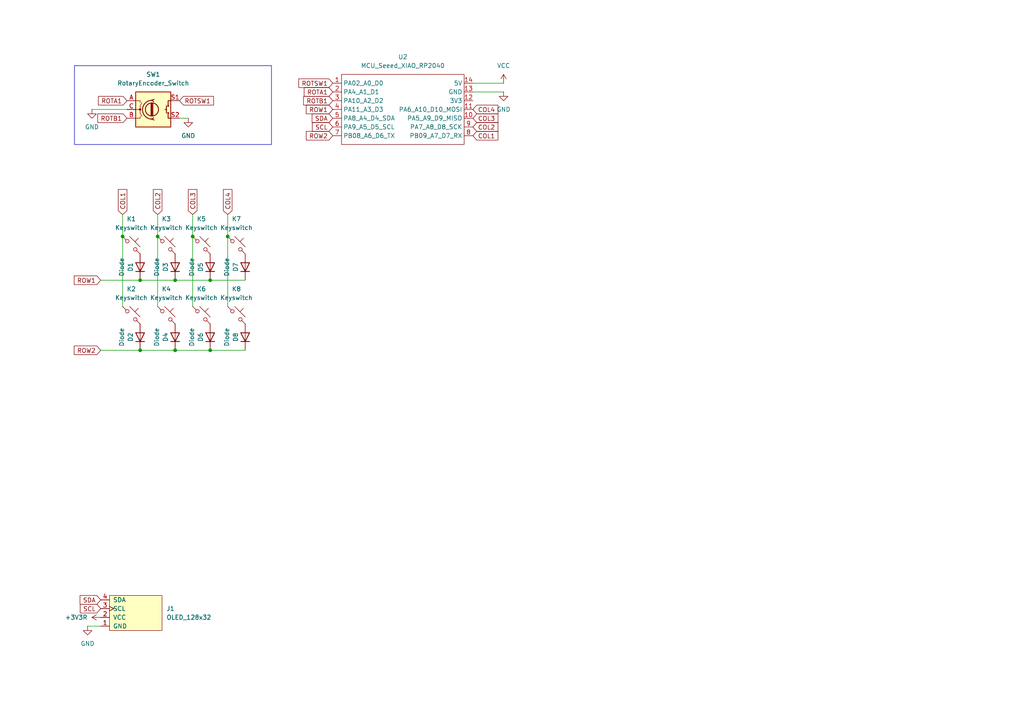
<source format=kicad_sch>
(kicad_sch (version 20231120) (generator "eeschema") (generator_version "8.0")
  (paper "A4")
  (lib_symbols
    (symbol "Device:D" (pin_numbers hide) (pin_names (offset 1.016) hide)
      (property "Reference" "D" (at 0 2.54 0))
      (property "Value" "D" (at 0 -2.54 0))
      (symbol "D_0_1"
        (polyline (pts (xy -1.27 1.27) (xy -1.27 -1.27)) (stroke (width 0.254)))
        (polyline (pts (xy 1.27 0) (xy -1.27 0)))
        (polyline (pts (xy 1.27 1.27) (xy 1.27 -1.27) (xy -1.27 0) (xy 1.27 1.27)) (stroke (width 0.254)))
      )
      (symbol "D_1_1"
        (pin passive line (at -3.81 0 0) (length 2.54) (name "K") (number "1"))
        (pin passive line (at 3.81 0 180) (length 2.54) (name "A") (number "2"))
      )
    )
    (symbol "Device:RotaryEncoder_Switch" (pin_names (offset 0.254) hide)
      (property "Reference" "SW" (at 0 6.604 0))
      (property "Value" "RotaryEncoder_Switch" (at 0 -6.604 0))
      (symbol "RotaryEncoder_Switch_0_1"
        (rectangle (start -5.08 5.08) (end 5.08 -5.08) (stroke (width 0.254)) (fill (type background)))
        (circle (center -3.81 0) (radius 0.254) (fill (type outline)))
        (circle (center -0.381 0) (radius 1.905) (stroke (width 0.254)))
        (arc (start -0.381 2.667) (mid -3.0988 -0.0635) (end -0.381 -2.794) (stroke (width 0.254)))
        (polyline (pts (xy -0.635 -1.778) (xy -0.635 1.778)) (stroke (width 0.254)))
        (polyline (pts (xy -0.381 -1.778) (xy -0.381 1.778)) (stroke (width 0.254)))
        (polyline (pts (xy -0.127 1.778) (xy -0.127 -1.778)) (stroke (width 0.254)))
        (polyline (pts (xy 3.81 0) (xy 3.429 0)) (stroke (width 0.254)))
        (polyline (pts (xy 3.81 1.016) (xy 3.81 -1.016)) (stroke (width 0.254)))
        (polyline (pts (xy -5.08 -2.54) (xy -3.81 -2.54) (xy -3.81 -2.032)))
        (polyline (pts (xy -5.08 2.54) (xy -3.81 2.54) (xy -3.81 2.032)))
        (polyline (pts (xy 0.254 -3.048) (xy -0.508 -2.794) (xy 0.127 -2.413)) (stroke (width 0.254)))
        (polyline (pts (xy 0.254 2.921) (xy -0.508 2.667) (xy 0.127 2.286)) (stroke (width 0.254)))
        (polyline (pts (xy 5.08 -2.54) (xy 4.318 -2.54) (xy 4.318 -1.016)) (stroke (width 0.254)))
        (polyline (pts (xy 5.08 2.54) (xy 4.318 2.54) (xy 4.318 1.016)) (stroke (width 0.254)))
        (polyline (pts (xy -5.08 0) (xy -3.81 0) (xy -3.81 -1.016) (xy -3.302 -2.032)))
        (polyline (pts (xy -4.318 0) (xy -3.81 0) (xy -3.81 1.016) (xy -3.302 2.032)))
        (circle (center 4.318 -1.016) (radius 0.127) (stroke (width 0.254)))
        (circle (center 4.318 1.016) (radius 0.127) (stroke (width 0.254)))
      )
      (symbol "RotaryEncoder_Switch_1_1"
        (pin passive line (at -7.62 2.54 0) (length 2.54) (name "A") (number "A"))
        (pin passive line (at -7.62 -2.54 0) (length 2.54) (name "B") (number "B"))
        (pin passive line (at -7.62 0 0) (length 2.54) (name "C") (number "C"))
        (pin passive line (at 7.62 2.54 180) (length 2.54) (name "S1") (number "S1"))
        (pin passive line (at 7.62 -2.54 180) (length 2.54) (name "S2") (number "S2"))
      )
    )
    (symbol "ScottoKeebs:MCU_Seeed_XIAO_RP2040"
      (property "Reference" "U" (at -16.51 11.43 0))
      (property "Value" "MCU_Seeed_XIAO_RP2040" (at -3.81 -11.43 0))
      (symbol "MCU_Seeed_XIAO_RP2040_0_1"
        (rectangle (start -16.51 10.16) (end 19.05 -10.16))
      )
      (symbol "MCU_Seeed_XIAO_RP2040_1_1"
        (pin passive line (at -19.05 7.62 0) (length 2.54) (name "PA02_A0_D0") (number "1"))
        (pin passive line (at 21.59 -2.54 180) (length 2.54) (name "PA5_A9_D9_MISO") (number "10"))
        (pin passive line (at 21.59 0 180) (length 2.54) (name "PA6_A10_D10_MOSI") (number "11"))
        (pin passive line (at 21.59 2.54 180) (length 2.54) (name "3V3") (number "12"))
        (pin passive line (at 21.59 5.08 180) (length 2.54) (name "GND") (number "13"))
        (pin passive line (at 21.59 7.62 180) (length 2.54) (name "5V") (number "14"))
        (pin passive line (at -19.05 5.08 0) (length 2.54) (name "PA4_A1_D1") (number "2"))
        (pin passive line (at -19.05 2.54 0) (length 2.54) (name "PA10_A2_D2") (number "3"))
        (pin passive line (at -19.05 0 0) (length 2.54) (name "PA11_A3_D3") (number "4"))
        (pin passive line (at -19.05 -2.54 0) (length 2.54) (name "PA8_A4_D4_SDA") (number "5"))
        (pin passive line (at -19.05 -5.08 0) (length 2.54) (name "PA9_A5_D5_SCL") (number "6"))
        (pin passive line (at -19.05 -7.62 0) (length 2.54) (name "PB08_A6_D6_TX") (number "7"))
        (pin passive line (at 21.59 -7.62 180) (length 2.54) (name "PB09_A7_D7_RX") (number "8"))
        (pin passive line (at 21.59 -5.08 180) (length 2.54) (name "PA7_A8_D8_SCK") (number "9"))
      )
    )
    (symbol "ScottoKeebs:OLED_128x32" (pin_names (offset 1.016))
      (property "Reference" "J" (at 0 -6.35 0))
      (property "Value" "OLED_128x32" (at 0 6.35 0))
      (symbol "OLED_128x32_0_1"
        (rectangle (start 0 5.08) (end 15.24 -5.08) (fill (type background)))
      )
      (symbol "OLED_128x32_1_1"
        (pin power_in line (at -2.54 -3.81 0) (length 2.54) (name "GND") (number "1"))
        (pin power_in line (at -2.54 -1.27 0) (length 2.54) (name "VCC") (number "2"))
        (pin input clock (at -2.54 1.27 0) (length 2.54) (name "SCL") (number "3"))
        (pin bidirectional line (at -2.54 3.81 0) (length 2.54) (name "SDA") (number "4"))
      )
    )
    (symbol "Switch:SW_Push_45deg" (pin_numbers hide) (pin_names (offset 1.016) hide)
      (property "Reference" "SW" (at 3.048 1.016 0))
      (property "Value" "SW_Push_45deg" (at 0 -3.81 0))
      (symbol "SW_Push_45deg_0_1"
        (circle (center -1.1684 1.1684) (radius 0.508))
        (polyline (pts (xy -0.508 2.54) (xy 2.54 -0.508)))
        (polyline (pts (xy 1.016 1.016) (xy 2.032 2.032)))
        (polyline (pts (xy -2.54 2.54) (xy -1.524 1.524) (xy -1.524 1.524)))
        (polyline (pts (xy 1.524 -1.524) (xy 2.54 -2.54) (xy 2.54 -2.54) (xy 2.54 -2.54)))
        (circle (center 1.143 -1.1938) (radius 0.508))
        (pin passive line (at -2.54 2.54 0) (length 0) (name "1") (number "1"))
        (pin passive line (at 2.54 -2.54 180) (length 0) (name "2") (number "2"))
      )
    )
    (symbol "kbd:+3V3R" (power) (pin_names (offset 0))
      (property "Value" "+3V3R" (at 0 3.556 0))
      (symbol "+3V3R_0_1"
        (polyline (pts (xy -0.762 1.27) (xy 0 2.54)))
        (polyline (pts (xy 0 0) (xy 0 2.54)))
        (polyline (pts (xy 0 2.54) (xy 0.762 1.27)))
      )
      (symbol "+3V3R_1_1"
        (pin power_in line (at 0 0 90) (length 0) hide (name "+3V3R") (number "1"))
      )
    )
    (symbol "power:GND" (power) (pin_numbers hide) (pin_names (offset 0) hide)
      (property "Value" "GND" (at 0 -3.81 0))
      (symbol "GND_0_1"
        (polyline (pts (xy 0 0) (xy 0 -1.27) (xy 1.27 -1.27) (xy 0 -2.54) (xy -1.27 -1.27) (xy 0 -1.27)))
      )
      (symbol "GND_1_1"
        (pin power_in line (at 0 0 270) (length 0) (name "~") (number "1"))
      )
    )
    (symbol "power:VCC" (power) (pin_numbers hide) (pin_names (offset 0) hide)
      (property "Value" "VCC" (at 0 3.556 0))
      (symbol "VCC_0_1"
        (polyline (pts (xy -0.762 1.27) (xy 0 2.54)))
        (polyline (pts (xy 0 0) (xy 0 2.54)))
        (polyline (pts (xy 0 2.54) (xy 0.762 1.27)))
      )
      (symbol "VCC_1_1"
        (pin power_in line (at 0 0 90) (length 0) (name "~") (number "1"))
      )
    )
  )
  (junction (at 35.56 68.58))
  (junction (at 40.64 81.28))
  (junction (at 50.8 101.6))
  (junction (at 55.88 68.58))
  (junction (at 40.64 101.6))
  (junction (at 45.72 68.58))
  (junction (at 66.04 68.58))
  (junction (at 60.96 101.6))
  (junction (at 60.96 81.28))
  (junction (at 50.8 81.28))
  (wire (pts (xy 29.21 81.28) (xy 40.64 81.28)))
  (wire (pts (xy 35.56 62.23) (xy 35.56 68.58)))
  (wire (pts (xy 137.16 26.67) (xy 146.05 26.67)))
  (wire (pts (xy 45.72 62.23) (xy 45.72 68.58)))
  (wire (pts (xy 52.07 34.29) (xy 54.61 34.29)))
  (wire (pts (xy 25.4 181.61) (xy 29.21 181.61)))
  (wire (pts (xy 35.56 68.58) (xy 35.56 88.9)))
  (wire (pts (xy 40.64 81.28) (xy 50.8 81.28)))
  (wire (pts (xy 50.8 81.28) (xy 60.96 81.28)))
  (wire (pts (xy 45.72 68.58) (xy 45.72 88.9)))
  (wire (pts (xy 55.88 68.58) (xy 55.88 88.9)))
  (wire (pts (xy 137.16 24.13) (xy 146.05 24.13)))
  (wire (pts (xy 29.21 101.6) (xy 40.64 101.6)))
  (wire (pts (xy 66.04 62.23) (xy 66.04 68.58)))
  (wire (pts (xy 60.96 101.6) (xy 71.12 101.6)))
  (wire (pts (xy 40.64 101.6) (xy 50.8 101.6)))
  (wire (pts (xy 60.96 81.28) (xy 71.12 81.28)))
  (wire (pts (xy 55.88 62.23) (xy 55.88 68.58)))
  (wire (pts (xy 50.8 101.6) (xy 60.96 101.6)))
  (wire (pts (xy 26.67 31.75) (xy 36.83 31.75)))
  (wire (pts (xy 66.04 68.58) (xy 66.04 88.9)))
  (rectangle (start 21.59 19.05) (end 78.74 41.91))
  (global_label "COL4" (shape input) (at 66.04 62.23 90) (property "Intersheetrefs" "${INTERSHEET_REFS}" (effects (hide yes))))
  (global_label "COL4" (shape input) (at 137.16 31.75 0) (property "Intersheetrefs" "${INTERSHEET_REFS}" (effects (hide yes))))
  (global_label "ROTA1" (shape input) (at 96.52 26.67 180) (property "Intersheetrefs" "${INTERSHEET_REFS}" (effects (hide yes))))
  (global_label "SCL" (shape input) (at 29.21 176.53 180) (property "Intersheetrefs" "${INTERSHEET_REFS}" (effects (hide yes))))
  (global_label "COL3" (shape input) (at 55.88 62.23 90) (property "Intersheetrefs" "${INTERSHEET_REFS}" (effects (hide yes))))
  (global_label "COL1" (shape input) (at 137.16 39.37 0) (property "Intersheetrefs" "${INTERSHEET_REFS}" (effects (hide yes))))
  (global_label "SDA" (shape input) (at 29.21 173.99 180) (property "Intersheetrefs" "${INTERSHEET_REFS}" (effects (hide yes))))
  (global_label "SCL" (shape input) (at 96.52 36.83 180) (property "Intersheetrefs" "${INTERSHEET_REFS}" (effects (hide yes))))
  (global_label "ROW2" (shape input) (at 29.21 101.6 180) (property "Intersheetrefs" "${INTERSHEET_REFS}" (effects (hide yes))))
  (global_label "COL2" (shape input) (at 45.72 62.23 90) (property "Intersheetrefs" "${INTERSHEET_REFS}" (effects (hide yes))))
  (global_label "COL2" (shape input) (at 137.16 36.83 0) (property "Intersheetrefs" "${INTERSHEET_REFS}" (effects (hide yes))))
  (global_label "ROTSW1" (shape input) (at 96.52 24.13 180) (property "Intersheetrefs" "${INTERSHEET_REFS}" (effects (hide yes))))
  (global_label "COL3" (shape input) (at 137.16 34.29 0) (property "Intersheetrefs" "${INTERSHEET_REFS}" (effects (hide yes))))
  (global_label "ROTB1" (shape input) (at 96.52 29.21 180) (property "Intersheetrefs" "${INTERSHEET_REFS}" (effects (hide yes))))
  (global_label "ROTSW1" (shape input) (at 52.07 29.21 0) (property "Intersheetrefs" "${INTERSHEET_REFS}" (effects (hide yes))))
  (global_label "SDA" (shape input) (at 96.52 34.29 180) (property "Intersheetrefs" "${INTERSHEET_REFS}" (effects (hide yes))))
  (global_label "ROW1" (shape input) (at 96.52 31.75 180) (property "Intersheetrefs" "${INTERSHEET_REFS}" (effects (hide yes))))
  (global_label "ROTA1" (shape input) (at 36.83 29.21 180) (property "Intersheetrefs" "${INTERSHEET_REFS}" (effects (hide yes))))
  (global_label "ROW2" (shape input) (at 96.52 39.37 180) (property "Intersheetrefs" "${INTERSHEET_REFS}" (effects (hide yes))))
  (global_label "ROTB1" (shape input) (at 36.83 34.29 180) (property "Intersheetrefs" "${INTERSHEET_REFS}" (effects (hide yes))))
  (global_label "COL1" (shape input) (at 35.56 62.23 90) (property "Intersheetrefs" "${INTERSHEET_REFS}" (effects (hide yes))))
  (global_label "ROW1" (shape input) (at 29.21 81.28 180) (property "Intersheetrefs" "${INTERSHEET_REFS}" (effects (hide yes))))
  (symbol (lib_id "Switch:SW_Push_45deg") (at 38.1 91.44 0) (unit 1)
    (property "Reference" "K2" (at 38.1 83.82 0))
    (property "Value" "Keyswitch" (at 38.1 86.36 0))
    (property "Footprint" "ScottoKeebs_Scotto:MX_Hotswap_1.00u" (effects (hide yes)))
    (property "Description" "Push button switch, normally open, two pins, 45° tilted" (effects (hide yes)))
  )
  (symbol (lib_id "power:GND") (at 54.61 34.29 0) (unit 1)
    (property "Reference" "#PWR04" (effects (hide yes)))
    (property "Value" "GND" (at 54.61 39.37 0))
    (property "Description" "Power symbol creates a global label with name \"GND\" , ground" (effects (hide yes)))
  )
  (symbol (lib_id "Switch:SW_Push_45deg") (at 68.58 91.44 0) (unit 1)
    (property "Reference" "K8" (at 68.58 83.82 0))
    (property "Value" "Keyswitch" (at 68.58 86.36 0))
    (property "Footprint" "ScottoKeebs_Scotto:MX_Hotswap_1.00u" (effects (hide yes)))
    (property "Description" "Push button switch, normally open, two pins, 45° tilted" (effects (hide yes)))
  )
  (symbol (lib_id "Device:D") (at 40.64 97.79 90) (unit 1)
    (property "Reference" "D2" (at 37.846 97.79 0))
    (property "Value" "Diode" (at 35.306 97.79 0))
    (property "Footprint" "ScottoKeebs_Components:Diode_DO-35" (effects (hide yes)))
    (property "Description" "Diode" (effects (hide yes)))
    (property "Sim.Device" "D" (effects (hide yes)))
    (property "Sim.Pins" "1=K 2=A" (effects (hide yes)))
  )
  (symbol (lib_id "Device:D") (at 60.96 97.79 90) (unit 1)
    (property "Reference" "D6" (at 58.166 97.79 0))
    (property "Value" "Diode" (at 55.626 97.79 0))
    (property "Footprint" "ScottoKeebs_Components:Diode_DO-35" (effects (hide yes)))
    (property "Description" "Diode" (effects (hide yes)))
    (property "Sim.Device" "D" (effects (hide yes)))
    (property "Sim.Pins" "1=K 2=A" (effects (hide yes)))
  )
  (symbol (lib_id "kbd:+3V3R") (at 29.21 179.07 90) (unit 1)
    (property "Reference" "#PWR06" (effects (hide yes)))
    (property "Value" "+3V3R" (at 25.4 179.0699 90) (effects (justify left)))
    (property "Description" "Power symbol creates a global label with name \"+3V3\"" (effects (hide yes)))
  )
  (symbol (lib_id "Device:D") (at 71.12 77.47 90) (unit 1)
    (property "Reference" "D7" (at 68.326 77.47 0))
    (property "Value" "Diode" (at 65.786 77.47 0))
    (property "Footprint" "ScottoKeebs_Components:Diode_DO-35" (effects (hide yes)))
    (property "Description" "Diode" (effects (hide yes)))
    (property "Sim.Device" "D" (effects (hide yes)))
    (property "Sim.Pins" "1=K 2=A" (effects (hide yes)))
  )
  (symbol (lib_id "ScottoKeebs:MCU_Seeed_XIAO_RP2040") (at 115.57 31.75 0) (unit 1)
    (property "Reference" "U2" (at 116.84 16.51 0))
    (property "Value" "MCU_Seeed_XIAO_RP2040" (at 116.84 19.05 0))
    (property "Footprint" "ScottoKeebs_MCU:Seeed_XIAO_RP2040" (effects (hide yes)))
  )
  (symbol (lib_id "Switch:SW_Push_45deg") (at 68.58 71.12 0) (unit 1)
    (property "Reference" "K7" (at 68.58 63.5 0))
    (property "Value" "Keyswitch" (at 68.58 66.04 0))
    (property "Footprint" "ScottoKeebs_Scotto:MX_Hotswap_1.00u" (effects (hide yes)))
    (property "Description" "Push button switch, normally open, two pins, 45° tilted" (effects (hide yes)))
  )
  (symbol (lib_id "power:GND") (at 146.05 26.67 0) (unit 1)
    (property "Reference" "#PWR01" (effects (hide yes)))
    (property "Value" "GND" (at 146.05 31.75 0))
    (property "Description" "Power symbol creates a global label with name \"GND\" , ground" (effects (hide yes)))
  )
  (symbol (lib_id "Device:D") (at 60.96 77.47 90) (unit 1)
    (property "Reference" "D5" (at 58.166 77.47 0))
    (property "Value" "Diode" (at 55.626 77.47 0))
    (property "Footprint" "ScottoKeebs_Components:Diode_DO-35" (effects (hide yes)))
    (property "Description" "Diode" (effects (hide yes)))
    (property "Sim.Device" "D" (effects (hide yes)))
    (property "Sim.Pins" "1=K 2=A" (effects (hide yes)))
  )
  (symbol (lib_id "ScottoKeebs:OLED_128x32") (at 31.75 177.8 0) (unit 1)
    (property "Reference" "J1" (at 48.26 176.5299 0) (effects (justify left)))
    (property "Value" "OLED_128x32" (at 48.26 179.0699 0) (effects (justify left)))
    (property "Footprint" "ScottoKeebs_Components:OLED_128x32" (effects (hide yes)))
  )
  (symbol (lib_id "Device:D") (at 50.8 97.79 90) (unit 1)
    (property "Reference" "D4" (at 48.006 97.79 0))
    (property "Value" "Diode" (at 45.466 97.79 0))
    (property "Footprint" "ScottoKeebs_Components:Diode_DO-35" (effects (hide yes)))
    (property "Description" "Diode" (effects (hide yes)))
    (property "Sim.Device" "D" (effects (hide yes)))
    (property "Sim.Pins" "1=K 2=A" (effects (hide yes)))
  )
  (symbol (lib_id "Switch:SW_Push_45deg") (at 48.26 71.12 0) (unit 1)
    (property "Reference" "K3" (at 48.26 63.5 0))
    (property "Value" "Keyswitch" (at 48.26 66.04 0))
    (property "Footprint" "ScottoKeebs_Scotto:MX_Hotswap_1.00u" (effects (hide yes)))
    (property "Description" "Push button switch, normally open, two pins, 45° tilted" (effects (hide yes)))
  )
  (symbol (lib_id "Switch:SW_Push_45deg") (at 58.42 71.12 0) (unit 1)
    (property "Reference" "K5" (at 58.42 63.5 0))
    (property "Value" "Keyswitch" (at 58.42 66.04 0))
    (property "Footprint" "ScottoKeebs_Scotto:MX_Hotswap_1.00u" (effects (hide yes)))
    (property "Description" "Push button switch, normally open, two pins, 45° tilted" (effects (hide yes)))
  )
  (symbol (lib_id "power:GND") (at 26.67 31.75 0) (unit 1)
    (property "Reference" "#PWR02" (effects (hide yes)))
    (property "Value" "GND" (at 26.67 36.83 0))
    (property "Description" "Power symbol creates a global label with name \"GND\" , ground" (effects (hide yes)))
  )
  (symbol (lib_id "power:GND") (at 25.4 181.61 0) (unit 1)
    (property "Reference" "#PWR03" (effects (hide yes)))
    (property "Value" "GND" (at 25.4 186.69 0))
    (property "Description" "Power symbol creates a global label with name \"GND\" , ground" (effects (hide yes)))
  )
  (symbol (lib_id "power:VCC") (at 146.05 24.13 0) (unit 1)
    (property "Reference" "#PWR05" (effects (hide yes)))
    (property "Value" "VCC" (at 146.05 19.05 0))
    (property "Description" "Power symbol creates a global label with name \"VCC\"" (effects (hide yes)))
  )
  (symbol (lib_id "Device:RotaryEncoder_Switch") (at 44.45 31.75 0) (unit 1)
    (property "Reference" "SW1" (at 44.45 21.59 0))
    (property "Value" "RotaryEncoder_Switch" (at 44.45 24.13 0))
    (property "Footprint" "ScottoKeebs_Scotto:Encoder_EC11_MX" (effects (hide yes)))
    (property "Description" "Rotary encoder, dual channel, incremental quadrate outputs, with switch" (effects (hide yes)))
  )
  (symbol (lib_id "Switch:SW_Push_45deg") (at 38.1 71.12 0) (unit 1)
    (property "Reference" "K1" (at 38.1 63.5 0))
    (property "Value" "Keyswitch" (at 38.1 66.04 0))
    (property "Footprint" "ScottoKeebs_Scotto:MX_Hotswap_1.00u" (effects (hide yes)))
    (property "Description" "Push button switch, normally open, two pins, 45° tilted" (effects (hide yes)))
  )
  (symbol (lib_id "Device:D") (at 71.12 97.79 90) (unit 1)
    (property "Reference" "D8" (at 68.326 97.79 0))
    (property "Value" "Diode" (at 65.786 97.79 0))
    (property "Footprint" "ScottoKeebs_Components:Diode_DO-35" (effects (hide yes)))
    (property "Description" "Diode" (effects (hide yes)))
    (property "Sim.Device" "D" (effects (hide yes)))
    (property "Sim.Pins" "1=K 2=A" (effects (hide yes)))
  )
  (symbol (lib_id "Device:D") (at 50.8 77.47 90) (unit 1)
    (property "Reference" "D3" (at 48.006 77.47 0))
    (property "Value" "Diode" (at 45.466 77.47 0))
    (property "Footprint" "ScottoKeebs_Components:Diode_DO-35" (effects (hide yes)))
    (property "Description" "Diode" (effects (hide yes)))
    (property "Sim.Device" "D" (effects (hide yes)))
    (property "Sim.Pins" "1=K 2=A" (effects (hide yes)))
  )
  (symbol (lib_id "Switch:SW_Push_45deg") (at 58.42 91.44 0) (unit 1)
    (property "Reference" "K6" (at 58.42 83.82 0))
    (property "Value" "Keyswitch" (at 58.42 86.36 0))
    (property "Footprint" "ScottoKeebs_Scotto:MX_Hotswap_1.00u" (effects (hide yes)))
    (property "Description" "Push button switch, normally open, two pins, 45° tilted" (effects (hide yes)))
  )
  (symbol (lib_id "Device:D") (at 40.64 77.47 90) (unit 1)
    (property "Reference" "D1" (at 37.846 77.47 0))
    (property "Value" "Diode" (at 35.306 77.47 0))
    (property "Footprint" "ScottoKeebs_Components:Diode_DO-35" (effects (hide yes)))
    (property "Description" "Diode" (effects (hide yes)))
    (property "Sim.Device" "D" (effects (hide yes)))
    (property "Sim.Pins" "1=K 2=A" (effects (hide yes)))
  )
  (symbol (lib_id "Switch:SW_Push_45deg") (at 48.26 91.44 0) (unit 1)
    (property "Reference" "K4" (at 48.26 83.82 0))
    (property "Value" "Keyswitch" (at 48.26 86.36 0))
    (property "Footprint" "ScottoKeebs_Scotto:MX_Hotswap_1.00u" (effects (hide yes)))
    (property "Description" "Push button switch, normally open, two pins, 45° tilted" (effects (hide yes)))
  )
)
</source>
